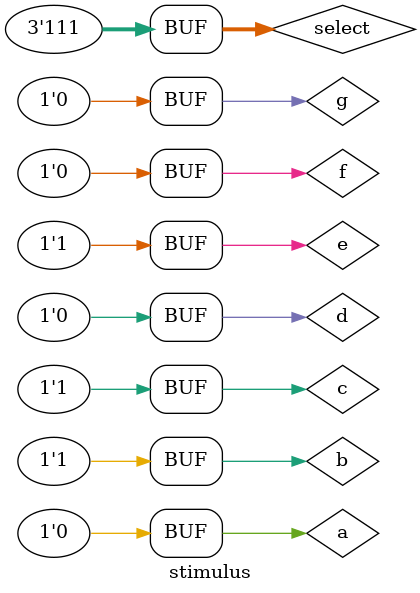
<source format=v>
module stimulus;
  reg a, b, c, d, e, f, g;
  reg[2:0] select;
  wire y;
  mux7to1 mux(a, b, c, d, e, f, g, select, y);
  initial begin
    select = 3'b000;
    a = 0; b = 1; c = 1; d = 0; e = 1; f = 0; g = 0;
    #10 select = 3'b001;
    #10 select = 3'b010;
    #10 select = 3'b011;
    #10 select = 3'b100;
    #10 select = 3'b101;
    #10 select = 3'b110;
    #10 select = 3'b111;
  end
endmodule
</source>
